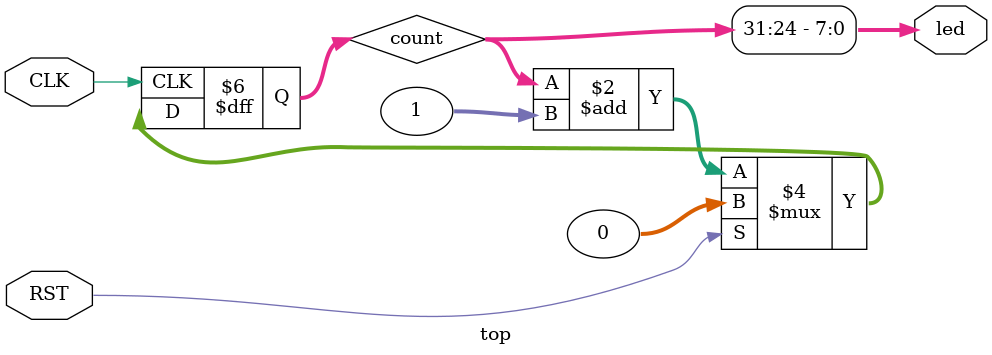
<source format=v>

module top #
(
  parameter DATAWID = 32
)
(
  input CLK,
  input RST,
  output [7:0] led
);

  reg [DATAWID-1:0] count;
  assign led = count[DATAWID-1:DATAWID-8];

  always @(posedge CLK) begin
    if(RST) begin
      count <= 0;
    end else begin
      count <= count + 1;
    end
  end


endmodule

</source>
